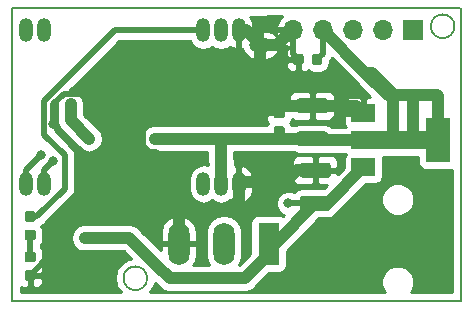
<source format=gbr>
G04 #@! TF.GenerationSoftware,KiCad,Pcbnew,(5.0.0)*
G04 #@! TF.CreationDate,2019-01-26T11:16:20+03:00*
G04 #@! TF.ProjectId,stm32mc,73746D33326D632E6B696361645F7063,rev?*
G04 #@! TF.SameCoordinates,Original*
G04 #@! TF.FileFunction,Copper,L1,Top,Signal*
G04 #@! TF.FilePolarity,Positive*
%FSLAX46Y46*%
G04 Gerber Fmt 4.6, Leading zero omitted, Abs format (unit mm)*
G04 Created by KiCad (PCBNEW (5.0.0)) date 01/26/19 11:16:20*
%MOMM*%
%LPD*%
G01*
G04 APERTURE LIST*
G04 #@! TA.AperFunction,NonConductor*
%ADD10C,0.150000*%
G04 #@! TD*
G04 #@! TA.AperFunction,SMDPad,CuDef*
%ADD11O,1.200000X2.000000*%
G04 #@! TD*
G04 #@! TA.AperFunction,SMDPad,CuDef*
%ADD12O,2.000000X1.200000*%
G04 #@! TD*
G04 #@! TA.AperFunction,Conductor*
%ADD13C,0.100000*%
G04 #@! TD*
G04 #@! TA.AperFunction,SMDPad,CuDef*
%ADD14C,1.250000*%
G04 #@! TD*
G04 #@! TA.AperFunction,SMDPad,CuDef*
%ADD15C,0.875000*%
G04 #@! TD*
G04 #@! TA.AperFunction,SMDPad,CuDef*
%ADD16R,2.000000X3.800000*%
G04 #@! TD*
G04 #@! TA.AperFunction,SMDPad,CuDef*
%ADD17R,2.000000X1.500000*%
G04 #@! TD*
G04 #@! TA.AperFunction,ComponentPad*
%ADD18R,1.800000X3.600000*%
G04 #@! TD*
G04 #@! TA.AperFunction,ComponentPad*
%ADD19O,1.800000X3.600000*%
G04 #@! TD*
G04 #@! TA.AperFunction,ComponentPad*
%ADD20R,1.700000X1.700000*%
G04 #@! TD*
G04 #@! TA.AperFunction,ComponentPad*
%ADD21O,1.700000X1.700000*%
G04 #@! TD*
G04 #@! TA.AperFunction,ViaPad*
%ADD22C,0.812800*%
G04 #@! TD*
G04 #@! TA.AperFunction,Conductor*
%ADD23C,1.016000*%
G04 #@! TD*
G04 #@! TA.AperFunction,Conductor*
%ADD24C,0.508000*%
G04 #@! TD*
G04 #@! TA.AperFunction,Conductor*
%ADD25C,1.524000*%
G04 #@! TD*
G04 #@! TA.AperFunction,Conductor*
%ADD26C,0.254000*%
G04 #@! TD*
G04 APERTURE END LIST*
D10*
X58531000Y-19050000D02*
G75*
G03X58531000Y-19050000I-1000000J0D01*
G01*
X32512000Y-40386000D02*
G75*
G03X32512000Y-40386000I-1000000J0D01*
G01*
X59055000Y-42291000D02*
X59055000Y-17526000D01*
X59024000Y-17507000D02*
X21082000Y-17526000D01*
X21082000Y-42291000D02*
X59055000Y-42291000D01*
X21082000Y-17526000D02*
X21082000Y-42291000D01*
D11*
G04 #@! TO.P,D1,1*
G04 #@! TO.N,Net-(D1-Pad1)*
X22278000Y-32408000D03*
G04 #@! TO.P,D1,2*
G04 #@! TO.N,Net-(D1-Pad2)*
X23778000Y-32408000D03*
G04 #@! TO.P,D1,11*
G04 #@! TO.N,Net-(D1-Pad11)*
X37278000Y-32408000D03*
G04 #@! TO.P,D1,12*
G04 #@! TO.N,+3V3*
X38778000Y-32408000D03*
G04 #@! TO.P,D1,13*
G04 #@! TO.N,GNDD*
X40278000Y-32408000D03*
D12*
G04 #@! TO.P,D1,21*
X42128000Y-20658000D03*
D11*
G04 #@! TO.P,D1,22*
X40278000Y-19408000D03*
G04 #@! TO.P,D1,23*
G04 #@! TO.N,Net-(D1-Pad23)*
X38778000Y-19408000D03*
G04 #@! TO.P,D1,24*
G04 #@! TO.N,Net-(D1-Pad24)*
X37278000Y-19408000D03*
G04 #@! TO.P,D1,33*
G04 #@! TO.N,Net-(D1-Pad33)*
X23778000Y-19408000D03*
G04 #@! TO.P,D1,34*
G04 #@! TO.N,Net-(D1-Pad34)*
X22278000Y-19408000D03*
G04 #@! TD*
D13*
G04 #@! TO.N,GNDD*
G04 #@! TO.C,C1*
G36*
X47835504Y-30615204D02*
X47859773Y-30618804D01*
X47883571Y-30624765D01*
X47906671Y-30633030D01*
X47928849Y-30643520D01*
X47949893Y-30656133D01*
X47969598Y-30670747D01*
X47987777Y-30687223D01*
X48004253Y-30705402D01*
X48018867Y-30725107D01*
X48031480Y-30746151D01*
X48041970Y-30768329D01*
X48050235Y-30791429D01*
X48056196Y-30815227D01*
X48059796Y-30839496D01*
X48061000Y-30864000D01*
X48061000Y-31614000D01*
X48059796Y-31638504D01*
X48056196Y-31662773D01*
X48050235Y-31686571D01*
X48041970Y-31709671D01*
X48031480Y-31731849D01*
X48018867Y-31752893D01*
X48004253Y-31772598D01*
X47987777Y-31790777D01*
X47969598Y-31807253D01*
X47949893Y-31821867D01*
X47928849Y-31834480D01*
X47906671Y-31844970D01*
X47883571Y-31853235D01*
X47859773Y-31859196D01*
X47835504Y-31862796D01*
X47811000Y-31864000D01*
X45661000Y-31864000D01*
X45636496Y-31862796D01*
X45612227Y-31859196D01*
X45588429Y-31853235D01*
X45565329Y-31844970D01*
X45543151Y-31834480D01*
X45522107Y-31821867D01*
X45502402Y-31807253D01*
X45484223Y-31790777D01*
X45467747Y-31772598D01*
X45453133Y-31752893D01*
X45440520Y-31731849D01*
X45430030Y-31709671D01*
X45421765Y-31686571D01*
X45415804Y-31662773D01*
X45412204Y-31638504D01*
X45411000Y-31614000D01*
X45411000Y-30864000D01*
X45412204Y-30839496D01*
X45415804Y-30815227D01*
X45421765Y-30791429D01*
X45430030Y-30768329D01*
X45440520Y-30746151D01*
X45453133Y-30725107D01*
X45467747Y-30705402D01*
X45484223Y-30687223D01*
X45502402Y-30670747D01*
X45522107Y-30656133D01*
X45543151Y-30643520D01*
X45565329Y-30633030D01*
X45588429Y-30624765D01*
X45612227Y-30618804D01*
X45636496Y-30615204D01*
X45661000Y-30614000D01*
X47811000Y-30614000D01*
X47835504Y-30615204D01*
X47835504Y-30615204D01*
G37*
D14*
G04 #@! TD*
G04 #@! TO.P,C1,2*
G04 #@! TO.N,GNDD*
X46736000Y-31239000D03*
D13*
G04 #@! TO.N,+5V*
G04 #@! TO.C,C1*
G36*
X47835504Y-33415204D02*
X47859773Y-33418804D01*
X47883571Y-33424765D01*
X47906671Y-33433030D01*
X47928849Y-33443520D01*
X47949893Y-33456133D01*
X47969598Y-33470747D01*
X47987777Y-33487223D01*
X48004253Y-33505402D01*
X48018867Y-33525107D01*
X48031480Y-33546151D01*
X48041970Y-33568329D01*
X48050235Y-33591429D01*
X48056196Y-33615227D01*
X48059796Y-33639496D01*
X48061000Y-33664000D01*
X48061000Y-34414000D01*
X48059796Y-34438504D01*
X48056196Y-34462773D01*
X48050235Y-34486571D01*
X48041970Y-34509671D01*
X48031480Y-34531849D01*
X48018867Y-34552893D01*
X48004253Y-34572598D01*
X47987777Y-34590777D01*
X47969598Y-34607253D01*
X47949893Y-34621867D01*
X47928849Y-34634480D01*
X47906671Y-34644970D01*
X47883571Y-34653235D01*
X47859773Y-34659196D01*
X47835504Y-34662796D01*
X47811000Y-34664000D01*
X45661000Y-34664000D01*
X45636496Y-34662796D01*
X45612227Y-34659196D01*
X45588429Y-34653235D01*
X45565329Y-34644970D01*
X45543151Y-34634480D01*
X45522107Y-34621867D01*
X45502402Y-34607253D01*
X45484223Y-34590777D01*
X45467747Y-34572598D01*
X45453133Y-34552893D01*
X45440520Y-34531849D01*
X45430030Y-34509671D01*
X45421765Y-34486571D01*
X45415804Y-34462773D01*
X45412204Y-34438504D01*
X45411000Y-34414000D01*
X45411000Y-33664000D01*
X45412204Y-33639496D01*
X45415804Y-33615227D01*
X45421765Y-33591429D01*
X45430030Y-33568329D01*
X45440520Y-33546151D01*
X45453133Y-33525107D01*
X45467747Y-33505402D01*
X45484223Y-33487223D01*
X45502402Y-33470747D01*
X45522107Y-33456133D01*
X45543151Y-33443520D01*
X45565329Y-33433030D01*
X45588429Y-33424765D01*
X45612227Y-33418804D01*
X45636496Y-33415204D01*
X45661000Y-33414000D01*
X47811000Y-33414000D01*
X47835504Y-33415204D01*
X47835504Y-33415204D01*
G37*
D14*
G04 #@! TD*
G04 #@! TO.P,C1,1*
G04 #@! TO.N,+5V*
X46736000Y-34039000D03*
D13*
G04 #@! TO.N,+3V3*
G04 #@! TO.C,C5*
G36*
X43965691Y-27529053D02*
X43986926Y-27532203D01*
X44007750Y-27537419D01*
X44027962Y-27544651D01*
X44047368Y-27553830D01*
X44065781Y-27564866D01*
X44083024Y-27577654D01*
X44098930Y-27592070D01*
X44113346Y-27607976D01*
X44126134Y-27625219D01*
X44137170Y-27643632D01*
X44146349Y-27663038D01*
X44153581Y-27683250D01*
X44158797Y-27704074D01*
X44161947Y-27725309D01*
X44163000Y-27746750D01*
X44163000Y-28184250D01*
X44161947Y-28205691D01*
X44158797Y-28226926D01*
X44153581Y-28247750D01*
X44146349Y-28267962D01*
X44137170Y-28287368D01*
X44126134Y-28305781D01*
X44113346Y-28323024D01*
X44098930Y-28338930D01*
X44083024Y-28353346D01*
X44065781Y-28366134D01*
X44047368Y-28377170D01*
X44027962Y-28386349D01*
X44007750Y-28393581D01*
X43986926Y-28398797D01*
X43965691Y-28401947D01*
X43944250Y-28403000D01*
X43431750Y-28403000D01*
X43410309Y-28401947D01*
X43389074Y-28398797D01*
X43368250Y-28393581D01*
X43348038Y-28386349D01*
X43328632Y-28377170D01*
X43310219Y-28366134D01*
X43292976Y-28353346D01*
X43277070Y-28338930D01*
X43262654Y-28323024D01*
X43249866Y-28305781D01*
X43238830Y-28287368D01*
X43229651Y-28267962D01*
X43222419Y-28247750D01*
X43217203Y-28226926D01*
X43214053Y-28205691D01*
X43213000Y-28184250D01*
X43213000Y-27746750D01*
X43214053Y-27725309D01*
X43217203Y-27704074D01*
X43222419Y-27683250D01*
X43229651Y-27663038D01*
X43238830Y-27643632D01*
X43249866Y-27625219D01*
X43262654Y-27607976D01*
X43277070Y-27592070D01*
X43292976Y-27577654D01*
X43310219Y-27564866D01*
X43328632Y-27553830D01*
X43348038Y-27544651D01*
X43368250Y-27537419D01*
X43389074Y-27532203D01*
X43410309Y-27529053D01*
X43431750Y-27528000D01*
X43944250Y-27528000D01*
X43965691Y-27529053D01*
X43965691Y-27529053D01*
G37*
D15*
G04 #@! TD*
G04 #@! TO.P,C5,1*
G04 #@! TO.N,+3V3*
X43688000Y-27965500D03*
D13*
G04 #@! TO.N,GNDD*
G04 #@! TO.C,C5*
G36*
X43965691Y-25954053D02*
X43986926Y-25957203D01*
X44007750Y-25962419D01*
X44027962Y-25969651D01*
X44047368Y-25978830D01*
X44065781Y-25989866D01*
X44083024Y-26002654D01*
X44098930Y-26017070D01*
X44113346Y-26032976D01*
X44126134Y-26050219D01*
X44137170Y-26068632D01*
X44146349Y-26088038D01*
X44153581Y-26108250D01*
X44158797Y-26129074D01*
X44161947Y-26150309D01*
X44163000Y-26171750D01*
X44163000Y-26609250D01*
X44161947Y-26630691D01*
X44158797Y-26651926D01*
X44153581Y-26672750D01*
X44146349Y-26692962D01*
X44137170Y-26712368D01*
X44126134Y-26730781D01*
X44113346Y-26748024D01*
X44098930Y-26763930D01*
X44083024Y-26778346D01*
X44065781Y-26791134D01*
X44047368Y-26802170D01*
X44027962Y-26811349D01*
X44007750Y-26818581D01*
X43986926Y-26823797D01*
X43965691Y-26826947D01*
X43944250Y-26828000D01*
X43431750Y-26828000D01*
X43410309Y-26826947D01*
X43389074Y-26823797D01*
X43368250Y-26818581D01*
X43348038Y-26811349D01*
X43328632Y-26802170D01*
X43310219Y-26791134D01*
X43292976Y-26778346D01*
X43277070Y-26763930D01*
X43262654Y-26748024D01*
X43249866Y-26730781D01*
X43238830Y-26712368D01*
X43229651Y-26692962D01*
X43222419Y-26672750D01*
X43217203Y-26651926D01*
X43214053Y-26630691D01*
X43213000Y-26609250D01*
X43213000Y-26171750D01*
X43214053Y-26150309D01*
X43217203Y-26129074D01*
X43222419Y-26108250D01*
X43229651Y-26088038D01*
X43238830Y-26068632D01*
X43249866Y-26050219D01*
X43262654Y-26032976D01*
X43277070Y-26017070D01*
X43292976Y-26002654D01*
X43310219Y-25989866D01*
X43328632Y-25978830D01*
X43348038Y-25969651D01*
X43368250Y-25962419D01*
X43389074Y-25957203D01*
X43410309Y-25954053D01*
X43431750Y-25953000D01*
X43944250Y-25953000D01*
X43965691Y-25954053D01*
X43965691Y-25954053D01*
G37*
D15*
G04 #@! TD*
G04 #@! TO.P,C5,2*
G04 #@! TO.N,GNDD*
X43688000Y-26390500D03*
D13*
G04 #@! TO.N,+3V3*
G04 #@! TO.C,C6*
G36*
X47581504Y-27954204D02*
X47605773Y-27957804D01*
X47629571Y-27963765D01*
X47652671Y-27972030D01*
X47674849Y-27982520D01*
X47695893Y-27995133D01*
X47715598Y-28009747D01*
X47733777Y-28026223D01*
X47750253Y-28044402D01*
X47764867Y-28064107D01*
X47777480Y-28085151D01*
X47787970Y-28107329D01*
X47796235Y-28130429D01*
X47802196Y-28154227D01*
X47805796Y-28178496D01*
X47807000Y-28203000D01*
X47807000Y-28953000D01*
X47805796Y-28977504D01*
X47802196Y-29001773D01*
X47796235Y-29025571D01*
X47787970Y-29048671D01*
X47777480Y-29070849D01*
X47764867Y-29091893D01*
X47750253Y-29111598D01*
X47733777Y-29129777D01*
X47715598Y-29146253D01*
X47695893Y-29160867D01*
X47674849Y-29173480D01*
X47652671Y-29183970D01*
X47629571Y-29192235D01*
X47605773Y-29198196D01*
X47581504Y-29201796D01*
X47557000Y-29203000D01*
X45407000Y-29203000D01*
X45382496Y-29201796D01*
X45358227Y-29198196D01*
X45334429Y-29192235D01*
X45311329Y-29183970D01*
X45289151Y-29173480D01*
X45268107Y-29160867D01*
X45248402Y-29146253D01*
X45230223Y-29129777D01*
X45213747Y-29111598D01*
X45199133Y-29091893D01*
X45186520Y-29070849D01*
X45176030Y-29048671D01*
X45167765Y-29025571D01*
X45161804Y-29001773D01*
X45158204Y-28977504D01*
X45157000Y-28953000D01*
X45157000Y-28203000D01*
X45158204Y-28178496D01*
X45161804Y-28154227D01*
X45167765Y-28130429D01*
X45176030Y-28107329D01*
X45186520Y-28085151D01*
X45199133Y-28064107D01*
X45213747Y-28044402D01*
X45230223Y-28026223D01*
X45248402Y-28009747D01*
X45268107Y-27995133D01*
X45289151Y-27982520D01*
X45311329Y-27972030D01*
X45334429Y-27963765D01*
X45358227Y-27957804D01*
X45382496Y-27954204D01*
X45407000Y-27953000D01*
X47557000Y-27953000D01*
X47581504Y-27954204D01*
X47581504Y-27954204D01*
G37*
D14*
G04 #@! TD*
G04 #@! TO.P,C6,1*
G04 #@! TO.N,+3V3*
X46482000Y-28578000D03*
D13*
G04 #@! TO.N,GNDD*
G04 #@! TO.C,C6*
G36*
X47581504Y-25154204D02*
X47605773Y-25157804D01*
X47629571Y-25163765D01*
X47652671Y-25172030D01*
X47674849Y-25182520D01*
X47695893Y-25195133D01*
X47715598Y-25209747D01*
X47733777Y-25226223D01*
X47750253Y-25244402D01*
X47764867Y-25264107D01*
X47777480Y-25285151D01*
X47787970Y-25307329D01*
X47796235Y-25330429D01*
X47802196Y-25354227D01*
X47805796Y-25378496D01*
X47807000Y-25403000D01*
X47807000Y-26153000D01*
X47805796Y-26177504D01*
X47802196Y-26201773D01*
X47796235Y-26225571D01*
X47787970Y-26248671D01*
X47777480Y-26270849D01*
X47764867Y-26291893D01*
X47750253Y-26311598D01*
X47733777Y-26329777D01*
X47715598Y-26346253D01*
X47695893Y-26360867D01*
X47674849Y-26373480D01*
X47652671Y-26383970D01*
X47629571Y-26392235D01*
X47605773Y-26398196D01*
X47581504Y-26401796D01*
X47557000Y-26403000D01*
X45407000Y-26403000D01*
X45382496Y-26401796D01*
X45358227Y-26398196D01*
X45334429Y-26392235D01*
X45311329Y-26383970D01*
X45289151Y-26373480D01*
X45268107Y-26360867D01*
X45248402Y-26346253D01*
X45230223Y-26329777D01*
X45213747Y-26311598D01*
X45199133Y-26291893D01*
X45186520Y-26270849D01*
X45176030Y-26248671D01*
X45167765Y-26225571D01*
X45161804Y-26201773D01*
X45158204Y-26177504D01*
X45157000Y-26153000D01*
X45157000Y-25403000D01*
X45158204Y-25378496D01*
X45161804Y-25354227D01*
X45167765Y-25330429D01*
X45176030Y-25307329D01*
X45186520Y-25285151D01*
X45199133Y-25264107D01*
X45213747Y-25244402D01*
X45230223Y-25226223D01*
X45248402Y-25209747D01*
X45268107Y-25195133D01*
X45289151Y-25182520D01*
X45311329Y-25172030D01*
X45334429Y-25163765D01*
X45358227Y-25157804D01*
X45382496Y-25154204D01*
X45407000Y-25153000D01*
X47557000Y-25153000D01*
X47581504Y-25154204D01*
X47581504Y-25154204D01*
G37*
D14*
G04 #@! TD*
G04 #@! TO.P,C6,2*
G04 #@! TO.N,GNDD*
X46482000Y-25778000D03*
D16*
G04 #@! TO.P,U1,2*
G04 #@! TO.N,+3V3*
X57125000Y-28702000D03*
D17*
X50825000Y-28702000D03*
G04 #@! TO.P,U1,3*
G04 #@! TO.N,+5V*
X50825000Y-31002000D03*
G04 #@! TO.P,U1,1*
G04 #@! TO.N,GNDD*
X50825000Y-26402000D03*
G04 #@! TD*
D18*
G04 #@! TO.P,J4,1*
G04 #@! TO.N,+5V*
X42799000Y-37465000D03*
D19*
G04 #@! TO.P,J4,2*
G04 #@! TO.N,Net-(J4-Pad2)*
X38989000Y-37465000D03*
G04 #@! TO.P,J4,3*
G04 #@! TO.N,GNDD*
X35179000Y-37465000D03*
G04 #@! TD*
D13*
G04 #@! TO.N,Net-(D1-Pad24)*
G04 #@! TO.C,R16*
G36*
X22883691Y-34717053D02*
X22904926Y-34720203D01*
X22925750Y-34725419D01*
X22945962Y-34732651D01*
X22965368Y-34741830D01*
X22983781Y-34752866D01*
X23001024Y-34765654D01*
X23016930Y-34780070D01*
X23031346Y-34795976D01*
X23044134Y-34813219D01*
X23055170Y-34831632D01*
X23064349Y-34851038D01*
X23071581Y-34871250D01*
X23076797Y-34892074D01*
X23079947Y-34913309D01*
X23081000Y-34934750D01*
X23081000Y-35372250D01*
X23079947Y-35393691D01*
X23076797Y-35414926D01*
X23071581Y-35435750D01*
X23064349Y-35455962D01*
X23055170Y-35475368D01*
X23044134Y-35493781D01*
X23031346Y-35511024D01*
X23016930Y-35526930D01*
X23001024Y-35541346D01*
X22983781Y-35554134D01*
X22965368Y-35565170D01*
X22945962Y-35574349D01*
X22925750Y-35581581D01*
X22904926Y-35586797D01*
X22883691Y-35589947D01*
X22862250Y-35591000D01*
X22349750Y-35591000D01*
X22328309Y-35589947D01*
X22307074Y-35586797D01*
X22286250Y-35581581D01*
X22266038Y-35574349D01*
X22246632Y-35565170D01*
X22228219Y-35554134D01*
X22210976Y-35541346D01*
X22195070Y-35526930D01*
X22180654Y-35511024D01*
X22167866Y-35493781D01*
X22156830Y-35475368D01*
X22147651Y-35455962D01*
X22140419Y-35435750D01*
X22135203Y-35414926D01*
X22132053Y-35393691D01*
X22131000Y-35372250D01*
X22131000Y-34934750D01*
X22132053Y-34913309D01*
X22135203Y-34892074D01*
X22140419Y-34871250D01*
X22147651Y-34851038D01*
X22156830Y-34831632D01*
X22167866Y-34813219D01*
X22180654Y-34795976D01*
X22195070Y-34780070D01*
X22210976Y-34765654D01*
X22228219Y-34752866D01*
X22246632Y-34741830D01*
X22266038Y-34732651D01*
X22286250Y-34725419D01*
X22307074Y-34720203D01*
X22328309Y-34717053D01*
X22349750Y-34716000D01*
X22862250Y-34716000D01*
X22883691Y-34717053D01*
X22883691Y-34717053D01*
G37*
D15*
G04 #@! TD*
G04 #@! TO.P,R16,1*
G04 #@! TO.N,Net-(D1-Pad24)*
X22606000Y-35153500D03*
D13*
G04 #@! TO.N,Net-(R16-Pad2)*
G04 #@! TO.C,R16*
G36*
X22883691Y-36292053D02*
X22904926Y-36295203D01*
X22925750Y-36300419D01*
X22945962Y-36307651D01*
X22965368Y-36316830D01*
X22983781Y-36327866D01*
X23001024Y-36340654D01*
X23016930Y-36355070D01*
X23031346Y-36370976D01*
X23044134Y-36388219D01*
X23055170Y-36406632D01*
X23064349Y-36426038D01*
X23071581Y-36446250D01*
X23076797Y-36467074D01*
X23079947Y-36488309D01*
X23081000Y-36509750D01*
X23081000Y-36947250D01*
X23079947Y-36968691D01*
X23076797Y-36989926D01*
X23071581Y-37010750D01*
X23064349Y-37030962D01*
X23055170Y-37050368D01*
X23044134Y-37068781D01*
X23031346Y-37086024D01*
X23016930Y-37101930D01*
X23001024Y-37116346D01*
X22983781Y-37129134D01*
X22965368Y-37140170D01*
X22945962Y-37149349D01*
X22925750Y-37156581D01*
X22904926Y-37161797D01*
X22883691Y-37164947D01*
X22862250Y-37166000D01*
X22349750Y-37166000D01*
X22328309Y-37164947D01*
X22307074Y-37161797D01*
X22286250Y-37156581D01*
X22266038Y-37149349D01*
X22246632Y-37140170D01*
X22228219Y-37129134D01*
X22210976Y-37116346D01*
X22195070Y-37101930D01*
X22180654Y-37086024D01*
X22167866Y-37068781D01*
X22156830Y-37050368D01*
X22147651Y-37030962D01*
X22140419Y-37010750D01*
X22135203Y-36989926D01*
X22132053Y-36968691D01*
X22131000Y-36947250D01*
X22131000Y-36509750D01*
X22132053Y-36488309D01*
X22135203Y-36467074D01*
X22140419Y-36446250D01*
X22147651Y-36426038D01*
X22156830Y-36406632D01*
X22167866Y-36388219D01*
X22180654Y-36370976D01*
X22195070Y-36355070D01*
X22210976Y-36340654D01*
X22228219Y-36327866D01*
X22246632Y-36316830D01*
X22266038Y-36307651D01*
X22286250Y-36300419D01*
X22307074Y-36295203D01*
X22328309Y-36292053D01*
X22349750Y-36291000D01*
X22862250Y-36291000D01*
X22883691Y-36292053D01*
X22883691Y-36292053D01*
G37*
D15*
G04 #@! TD*
G04 #@! TO.P,R16,2*
G04 #@! TO.N,Net-(R16-Pad2)*
X22606000Y-36728500D03*
D13*
G04 #@! TO.N,GNDD*
G04 #@! TO.C,VD1*
G36*
X22883691Y-39721053D02*
X22904926Y-39724203D01*
X22925750Y-39729419D01*
X22945962Y-39736651D01*
X22965368Y-39745830D01*
X22983781Y-39756866D01*
X23001024Y-39769654D01*
X23016930Y-39784070D01*
X23031346Y-39799976D01*
X23044134Y-39817219D01*
X23055170Y-39835632D01*
X23064349Y-39855038D01*
X23071581Y-39875250D01*
X23076797Y-39896074D01*
X23079947Y-39917309D01*
X23081000Y-39938750D01*
X23081000Y-40376250D01*
X23079947Y-40397691D01*
X23076797Y-40418926D01*
X23071581Y-40439750D01*
X23064349Y-40459962D01*
X23055170Y-40479368D01*
X23044134Y-40497781D01*
X23031346Y-40515024D01*
X23016930Y-40530930D01*
X23001024Y-40545346D01*
X22983781Y-40558134D01*
X22965368Y-40569170D01*
X22945962Y-40578349D01*
X22925750Y-40585581D01*
X22904926Y-40590797D01*
X22883691Y-40593947D01*
X22862250Y-40595000D01*
X22349750Y-40595000D01*
X22328309Y-40593947D01*
X22307074Y-40590797D01*
X22286250Y-40585581D01*
X22266038Y-40578349D01*
X22246632Y-40569170D01*
X22228219Y-40558134D01*
X22210976Y-40545346D01*
X22195070Y-40530930D01*
X22180654Y-40515024D01*
X22167866Y-40497781D01*
X22156830Y-40479368D01*
X22147651Y-40459962D01*
X22140419Y-40439750D01*
X22135203Y-40418926D01*
X22132053Y-40397691D01*
X22131000Y-40376250D01*
X22131000Y-39938750D01*
X22132053Y-39917309D01*
X22135203Y-39896074D01*
X22140419Y-39875250D01*
X22147651Y-39855038D01*
X22156830Y-39835632D01*
X22167866Y-39817219D01*
X22180654Y-39799976D01*
X22195070Y-39784070D01*
X22210976Y-39769654D01*
X22228219Y-39756866D01*
X22246632Y-39745830D01*
X22266038Y-39736651D01*
X22286250Y-39729419D01*
X22307074Y-39724203D01*
X22328309Y-39721053D01*
X22349750Y-39720000D01*
X22862250Y-39720000D01*
X22883691Y-39721053D01*
X22883691Y-39721053D01*
G37*
D15*
G04 #@! TD*
G04 #@! TO.P,VD1,1*
G04 #@! TO.N,GNDD*
X22606000Y-40157500D03*
D13*
G04 #@! TO.N,Net-(R16-Pad2)*
G04 #@! TO.C,VD1*
G36*
X22883691Y-38146053D02*
X22904926Y-38149203D01*
X22925750Y-38154419D01*
X22945962Y-38161651D01*
X22965368Y-38170830D01*
X22983781Y-38181866D01*
X23001024Y-38194654D01*
X23016930Y-38209070D01*
X23031346Y-38224976D01*
X23044134Y-38242219D01*
X23055170Y-38260632D01*
X23064349Y-38280038D01*
X23071581Y-38300250D01*
X23076797Y-38321074D01*
X23079947Y-38342309D01*
X23081000Y-38363750D01*
X23081000Y-38801250D01*
X23079947Y-38822691D01*
X23076797Y-38843926D01*
X23071581Y-38864750D01*
X23064349Y-38884962D01*
X23055170Y-38904368D01*
X23044134Y-38922781D01*
X23031346Y-38940024D01*
X23016930Y-38955930D01*
X23001024Y-38970346D01*
X22983781Y-38983134D01*
X22965368Y-38994170D01*
X22945962Y-39003349D01*
X22925750Y-39010581D01*
X22904926Y-39015797D01*
X22883691Y-39018947D01*
X22862250Y-39020000D01*
X22349750Y-39020000D01*
X22328309Y-39018947D01*
X22307074Y-39015797D01*
X22286250Y-39010581D01*
X22266038Y-39003349D01*
X22246632Y-38994170D01*
X22228219Y-38983134D01*
X22210976Y-38970346D01*
X22195070Y-38955930D01*
X22180654Y-38940024D01*
X22167866Y-38922781D01*
X22156830Y-38904368D01*
X22147651Y-38884962D01*
X22140419Y-38864750D01*
X22135203Y-38843926D01*
X22132053Y-38822691D01*
X22131000Y-38801250D01*
X22131000Y-38363750D01*
X22132053Y-38342309D01*
X22135203Y-38321074D01*
X22140419Y-38300250D01*
X22147651Y-38280038D01*
X22156830Y-38260632D01*
X22167866Y-38242219D01*
X22180654Y-38224976D01*
X22195070Y-38209070D01*
X22210976Y-38194654D01*
X22228219Y-38181866D01*
X22246632Y-38170830D01*
X22266038Y-38161651D01*
X22286250Y-38154419D01*
X22307074Y-38149203D01*
X22328309Y-38146053D01*
X22349750Y-38145000D01*
X22862250Y-38145000D01*
X22883691Y-38146053D01*
X22883691Y-38146053D01*
G37*
D15*
G04 #@! TD*
G04 #@! TO.P,VD1,2*
G04 #@! TO.N,Net-(R16-Pad2)*
X22606000Y-38582500D03*
D13*
G04 #@! TO.N,+3V3*
G04 #@! TO.C,C11*
G36*
X47128691Y-21370053D02*
X47149926Y-21373203D01*
X47170750Y-21378419D01*
X47190962Y-21385651D01*
X47210368Y-21394830D01*
X47228781Y-21405866D01*
X47246024Y-21418654D01*
X47261930Y-21433070D01*
X47276346Y-21448976D01*
X47289134Y-21466219D01*
X47300170Y-21484632D01*
X47309349Y-21504038D01*
X47316581Y-21524250D01*
X47321797Y-21545074D01*
X47324947Y-21566309D01*
X47326000Y-21587750D01*
X47326000Y-22100250D01*
X47324947Y-22121691D01*
X47321797Y-22142926D01*
X47316581Y-22163750D01*
X47309349Y-22183962D01*
X47300170Y-22203368D01*
X47289134Y-22221781D01*
X47276346Y-22239024D01*
X47261930Y-22254930D01*
X47246024Y-22269346D01*
X47228781Y-22282134D01*
X47210368Y-22293170D01*
X47190962Y-22302349D01*
X47170750Y-22309581D01*
X47149926Y-22314797D01*
X47128691Y-22317947D01*
X47107250Y-22319000D01*
X46669750Y-22319000D01*
X46648309Y-22317947D01*
X46627074Y-22314797D01*
X46606250Y-22309581D01*
X46586038Y-22302349D01*
X46566632Y-22293170D01*
X46548219Y-22282134D01*
X46530976Y-22269346D01*
X46515070Y-22254930D01*
X46500654Y-22239024D01*
X46487866Y-22221781D01*
X46476830Y-22203368D01*
X46467651Y-22183962D01*
X46460419Y-22163750D01*
X46455203Y-22142926D01*
X46452053Y-22121691D01*
X46451000Y-22100250D01*
X46451000Y-21587750D01*
X46452053Y-21566309D01*
X46455203Y-21545074D01*
X46460419Y-21524250D01*
X46467651Y-21504038D01*
X46476830Y-21484632D01*
X46487866Y-21466219D01*
X46500654Y-21448976D01*
X46515070Y-21433070D01*
X46530976Y-21418654D01*
X46548219Y-21405866D01*
X46566632Y-21394830D01*
X46586038Y-21385651D01*
X46606250Y-21378419D01*
X46627074Y-21373203D01*
X46648309Y-21370053D01*
X46669750Y-21369000D01*
X47107250Y-21369000D01*
X47128691Y-21370053D01*
X47128691Y-21370053D01*
G37*
D15*
G04 #@! TD*
G04 #@! TO.P,C11,1*
G04 #@! TO.N,+3V3*
X46888500Y-21844000D03*
D13*
G04 #@! TO.N,GNDD*
G04 #@! TO.C,C11*
G36*
X45553691Y-21370053D02*
X45574926Y-21373203D01*
X45595750Y-21378419D01*
X45615962Y-21385651D01*
X45635368Y-21394830D01*
X45653781Y-21405866D01*
X45671024Y-21418654D01*
X45686930Y-21433070D01*
X45701346Y-21448976D01*
X45714134Y-21466219D01*
X45725170Y-21484632D01*
X45734349Y-21504038D01*
X45741581Y-21524250D01*
X45746797Y-21545074D01*
X45749947Y-21566309D01*
X45751000Y-21587750D01*
X45751000Y-22100250D01*
X45749947Y-22121691D01*
X45746797Y-22142926D01*
X45741581Y-22163750D01*
X45734349Y-22183962D01*
X45725170Y-22203368D01*
X45714134Y-22221781D01*
X45701346Y-22239024D01*
X45686930Y-22254930D01*
X45671024Y-22269346D01*
X45653781Y-22282134D01*
X45635368Y-22293170D01*
X45615962Y-22302349D01*
X45595750Y-22309581D01*
X45574926Y-22314797D01*
X45553691Y-22317947D01*
X45532250Y-22319000D01*
X45094750Y-22319000D01*
X45073309Y-22317947D01*
X45052074Y-22314797D01*
X45031250Y-22309581D01*
X45011038Y-22302349D01*
X44991632Y-22293170D01*
X44973219Y-22282134D01*
X44955976Y-22269346D01*
X44940070Y-22254930D01*
X44925654Y-22239024D01*
X44912866Y-22221781D01*
X44901830Y-22203368D01*
X44892651Y-22183962D01*
X44885419Y-22163750D01*
X44880203Y-22142926D01*
X44877053Y-22121691D01*
X44876000Y-22100250D01*
X44876000Y-21587750D01*
X44877053Y-21566309D01*
X44880203Y-21545074D01*
X44885419Y-21524250D01*
X44892651Y-21504038D01*
X44901830Y-21484632D01*
X44912866Y-21466219D01*
X44925654Y-21448976D01*
X44940070Y-21433070D01*
X44955976Y-21418654D01*
X44973219Y-21405866D01*
X44991632Y-21394830D01*
X45011038Y-21385651D01*
X45031250Y-21378419D01*
X45052074Y-21373203D01*
X45073309Y-21370053D01*
X45094750Y-21369000D01*
X45532250Y-21369000D01*
X45553691Y-21370053D01*
X45553691Y-21370053D01*
G37*
D15*
G04 #@! TD*
G04 #@! TO.P,C11,2*
G04 #@! TO.N,GNDD*
X45313500Y-21844000D03*
D20*
G04 #@! TO.P,J6,1*
G04 #@! TO.N,Net-(J6-Pad1)*
X54991000Y-19367500D03*
D21*
G04 #@! TO.P,J6,2*
G04 #@! TO.N,Net-(J6-Pad2)*
X52451000Y-19367500D03*
G04 #@! TO.P,J6,3*
G04 #@! TO.N,Net-(J6-Pad3)*
X49911000Y-19367500D03*
G04 #@! TO.P,J6,4*
G04 #@! TO.N,+3V3*
X47371000Y-19367500D03*
G04 #@! TO.P,J6,5*
G04 #@! TO.N,GNDD*
X44831000Y-19367500D03*
G04 #@! TD*
D22*
G04 #@! TO.N,GNDD*
X42037000Y-25781000D03*
X44196000Y-32258000D03*
X24574500Y-27368500D03*
X30196000Y-21112000D03*
X31877000Y-27178000D03*
X44577000Y-25778000D03*
X33147000Y-29972000D03*
X39770000Y-34290000D03*
X54035000Y-36830000D03*
G04 #@! TO.N,+5V*
X27208000Y-36966000D03*
X44450000Y-34036000D03*
G04 #@! TO.N,+3V3*
X48895000Y-28702000D03*
X27603000Y-28575000D03*
X26035000Y-25654000D03*
X33147000Y-28575000D03*
X51562000Y-22987000D03*
G04 #@! TO.N,Net-(D1-Pad1)*
X23495000Y-29972000D03*
G04 #@! TO.N,Net-(D1-Pad2)*
X24511000Y-30480000D03*
G04 #@! TD*
D23*
G04 #@! TO.N,GNDD*
X40878000Y-19408000D02*
X42128000Y-20658000D01*
X40278000Y-19408000D02*
X40878000Y-19408000D01*
X50201000Y-25778000D02*
X50825000Y-26402000D01*
X46482000Y-25778000D02*
X50201000Y-25778000D01*
X44577000Y-25778000D02*
X46482000Y-25778000D01*
X39389000Y-34671000D02*
X39770000Y-34290000D01*
X35179000Y-34671000D02*
X39389000Y-34671000D01*
X40278000Y-33782000D02*
X40278000Y-32408000D01*
X35179000Y-37465000D02*
X35179000Y-36322000D01*
D24*
X25451000Y-24765000D02*
X30196000Y-24765000D01*
D23*
X30196000Y-21112000D02*
X30196000Y-24765000D01*
X39770000Y-34290000D02*
X40278000Y-33782000D01*
X40428000Y-32258000D02*
X40278000Y-32408000D01*
X44196000Y-32258000D02*
X40428000Y-32258000D01*
X45215000Y-31239000D02*
X44196000Y-32258000D01*
X46736000Y-31239000D02*
X45215000Y-31239000D01*
X31877000Y-27178000D02*
X31877000Y-25778000D01*
X31877000Y-27178000D02*
X31877000Y-29276736D01*
X32572264Y-29972000D02*
X31877000Y-29276736D01*
X33147000Y-29972000D02*
X32572264Y-29972000D01*
X31209000Y-25778000D02*
X30196000Y-24765000D01*
X31877000Y-25778000D02*
X31209000Y-25778000D01*
X33147000Y-29972000D02*
X33147000Y-32639000D01*
D24*
X43688000Y-26390500D02*
X43688000Y-25778000D01*
X40278000Y-19808000D02*
X40278000Y-19408000D01*
D23*
X35179000Y-37465000D02*
X35179000Y-34671000D01*
D24*
X23901500Y-38862000D02*
X22606000Y-40157500D01*
X23901500Y-37058500D02*
X23901500Y-38862000D01*
X25273000Y-35687000D02*
X23901500Y-37058500D01*
X31993000Y-35687000D02*
X25273000Y-35687000D01*
X33771000Y-37465000D02*
X31993000Y-35687000D01*
X35179000Y-37465000D02*
X33771000Y-37465000D01*
D23*
X33147000Y-32639000D02*
X35179000Y-34671000D01*
D24*
X24574500Y-25641500D02*
X25451000Y-24765000D01*
X24574500Y-27368500D02*
X24574500Y-25641500D01*
D23*
X43540500Y-20658000D02*
X44831000Y-19367500D01*
X42128000Y-20658000D02*
X43540500Y-20658000D01*
X43688000Y-25778000D02*
X44577000Y-25778000D01*
X43685000Y-25781000D02*
X42037000Y-25781000D01*
X43688000Y-25778000D02*
X43685000Y-25781000D01*
X31880000Y-25781000D02*
X31877000Y-25778000D01*
X42037000Y-25781000D02*
X31880000Y-25781000D01*
X42037000Y-20749000D02*
X42128000Y-20658000D01*
X42037000Y-25781000D02*
X42037000Y-20749000D01*
D24*
X44831000Y-21361500D02*
X45313500Y-21844000D01*
X44831000Y-19367500D02*
X44831000Y-21361500D01*
D23*
G04 #@! TO.N,+5V*
X42799000Y-38365000D02*
X42799000Y-37465000D01*
X40778000Y-40386000D02*
X42799000Y-38365000D01*
X43310000Y-37465000D02*
X46736000Y-34039000D01*
X42799000Y-37465000D02*
X43310000Y-37465000D01*
X47788000Y-34039000D02*
X50825000Y-31002000D01*
X46736000Y-34039000D02*
X47788000Y-34039000D01*
D24*
X44453000Y-34039000D02*
X44450000Y-34036000D01*
X46736000Y-34039000D02*
X44453000Y-34039000D01*
D23*
X33350729Y-39319729D02*
X34417000Y-40386000D01*
X34417000Y-40386000D02*
X40778000Y-40386000D01*
X33341729Y-39319729D02*
X30988000Y-36966000D01*
X33350729Y-39319729D02*
X33341729Y-39319729D01*
X27208000Y-36966000D02*
X30988000Y-36966000D01*
G04 #@! TO.N,+3V3*
X50825000Y-28702000D02*
X48895000Y-28702000D01*
D25*
X53340000Y-28702000D02*
X50825000Y-28702000D01*
D23*
X53340000Y-28702000D02*
X53340000Y-24892000D01*
X57125000Y-24994000D02*
X57125000Y-28702000D01*
X57023000Y-24892000D02*
X57125000Y-24994000D01*
X46606000Y-28702000D02*
X46482000Y-28578000D01*
X48895000Y-28702000D02*
X46606000Y-28702000D01*
X46479000Y-28575000D02*
X46482000Y-28578000D01*
X38778000Y-30392000D02*
X38735000Y-30349000D01*
X38735000Y-30349000D02*
X38735000Y-28575000D01*
X38778000Y-32408000D02*
X38778000Y-30392000D01*
X38735000Y-28575000D02*
X43688000Y-28575000D01*
X38735000Y-28575000D02*
X33147000Y-28575000D01*
X26035000Y-27007000D02*
X27603000Y-28575000D01*
X26035000Y-25654000D02*
X26035000Y-27007000D01*
X53340000Y-24892000D02*
X53040000Y-24892000D01*
X53340000Y-24765000D02*
X51562000Y-22987000D01*
X53340000Y-24892000D02*
X53340000Y-24765000D01*
D24*
X43688000Y-27965500D02*
X43688000Y-28575000D01*
D23*
X43688000Y-28575000D02*
X46479000Y-28575000D01*
D24*
X47371000Y-21361500D02*
X46888500Y-21844000D01*
X47371000Y-19367500D02*
X47371000Y-21361500D01*
D23*
X50990500Y-22987000D02*
X47371000Y-19367500D01*
X51562000Y-22987000D02*
X50990500Y-22987000D01*
X52895500Y-24892000D02*
X50990500Y-22987000D01*
X53340000Y-24892000D02*
X52895500Y-24892000D01*
X55054500Y-24892000D02*
X55054500Y-28702000D01*
D25*
X55054500Y-28702000D02*
X53340000Y-28702000D01*
X57125000Y-28702000D02*
X55054500Y-28702000D01*
D23*
X55054500Y-24892000D02*
X57023000Y-24892000D01*
X53340000Y-24892000D02*
X55054500Y-24892000D01*
D24*
G04 #@! TO.N,Net-(D1-Pad1)*
X22278000Y-31189000D02*
X23495000Y-29972000D01*
X22278000Y-32408000D02*
X22278000Y-31189000D01*
G04 #@! TO.N,Net-(D1-Pad2)*
X23778000Y-31213000D02*
X24511000Y-30480000D01*
X23778000Y-32408000D02*
X23778000Y-31213000D01*
G04 #@! TO.N,Net-(D1-Pad24)*
X30480000Y-19408000D02*
X37278000Y-19408000D01*
X29779099Y-19408000D02*
X30480000Y-19408000D01*
X22606000Y-35153500D02*
X23181000Y-35153500D01*
X25527000Y-32807500D02*
X25527000Y-29972000D01*
X23181000Y-35153500D02*
X25527000Y-32807500D01*
X25527000Y-29972000D02*
X23787099Y-28232099D01*
X23787099Y-28232099D02*
X23787099Y-25400000D01*
X23787099Y-25400000D02*
X29779099Y-19408000D01*
G04 #@! TO.N,Net-(R16-Pad2)*
X22606000Y-36728500D02*
X22606000Y-38582500D01*
G04 #@! TD*
D26*
G04 #@! TO.N,GNDD*
G36*
X55477560Y-30602000D02*
X55526843Y-30849765D01*
X55667191Y-31059809D01*
X55877235Y-31200157D01*
X56125000Y-31249440D01*
X58125000Y-31249440D01*
X58345000Y-31205680D01*
X58345000Y-41581000D01*
X54814687Y-41581000D01*
X54895147Y-41500540D01*
X55106000Y-40991494D01*
X55106000Y-40440506D01*
X54895147Y-39931460D01*
X54505540Y-39541853D01*
X53996494Y-39331000D01*
X53445506Y-39331000D01*
X52936460Y-39541853D01*
X52546853Y-39931460D01*
X52336000Y-40440506D01*
X52336000Y-40991494D01*
X52546853Y-41500540D01*
X52627313Y-41581000D01*
X32754201Y-41581000D01*
X33110312Y-41048042D01*
X33168760Y-40754205D01*
X33529174Y-41114620D01*
X33592943Y-41210057D01*
X33971024Y-41462682D01*
X34304428Y-41529000D01*
X34304429Y-41529000D01*
X34417000Y-41551392D01*
X34529571Y-41529000D01*
X40665429Y-41529000D01*
X40778000Y-41551392D01*
X40890571Y-41529000D01*
X40890572Y-41529000D01*
X41223976Y-41462682D01*
X41602057Y-41210057D01*
X41665827Y-41114618D01*
X42868006Y-39912440D01*
X43699000Y-39912440D01*
X43946765Y-39863157D01*
X44156809Y-39722809D01*
X44297157Y-39512765D01*
X44346440Y-39265000D01*
X44346440Y-38045005D01*
X47080006Y-35311440D01*
X47811000Y-35311440D01*
X48154435Y-35243126D01*
X48445586Y-35048586D01*
X48535269Y-34914365D01*
X48612057Y-34863057D01*
X48675827Y-34767618D01*
X50002939Y-33440506D01*
X52336000Y-33440506D01*
X52336000Y-33991494D01*
X52546853Y-34500540D01*
X52936460Y-34890147D01*
X53445506Y-35101000D01*
X53996494Y-35101000D01*
X54505540Y-34890147D01*
X54895147Y-34500540D01*
X55106000Y-33991494D01*
X55106000Y-33440506D01*
X54895147Y-32931460D01*
X54505540Y-32541853D01*
X53996494Y-32331000D01*
X53445506Y-32331000D01*
X52936460Y-32541853D01*
X52546853Y-32931460D01*
X52336000Y-33440506D01*
X50002939Y-33440506D01*
X51044006Y-32399440D01*
X51825000Y-32399440D01*
X52072765Y-32350157D01*
X52282809Y-32209809D01*
X52423157Y-31999765D01*
X52472440Y-31752000D01*
X52472440Y-30252000D01*
X52442007Y-30099000D01*
X55477560Y-30099000D01*
X55477560Y-30602000D01*
X55477560Y-30602000D01*
G37*
X55477560Y-30602000D02*
X55526843Y-30849765D01*
X55667191Y-31059809D01*
X55877235Y-31200157D01*
X56125000Y-31249440D01*
X58125000Y-31249440D01*
X58345000Y-31205680D01*
X58345000Y-41581000D01*
X54814687Y-41581000D01*
X54895147Y-41500540D01*
X55106000Y-40991494D01*
X55106000Y-40440506D01*
X54895147Y-39931460D01*
X54505540Y-39541853D01*
X53996494Y-39331000D01*
X53445506Y-39331000D01*
X52936460Y-39541853D01*
X52546853Y-39931460D01*
X52336000Y-40440506D01*
X52336000Y-40991494D01*
X52546853Y-41500540D01*
X52627313Y-41581000D01*
X32754201Y-41581000D01*
X33110312Y-41048042D01*
X33168760Y-40754205D01*
X33529174Y-41114620D01*
X33592943Y-41210057D01*
X33971024Y-41462682D01*
X34304428Y-41529000D01*
X34304429Y-41529000D01*
X34417000Y-41551392D01*
X34529571Y-41529000D01*
X40665429Y-41529000D01*
X40778000Y-41551392D01*
X40890571Y-41529000D01*
X40890572Y-41529000D01*
X41223976Y-41462682D01*
X41602057Y-41210057D01*
X41665827Y-41114618D01*
X42868006Y-39912440D01*
X43699000Y-39912440D01*
X43946765Y-39863157D01*
X44156809Y-39722809D01*
X44297157Y-39512765D01*
X44346440Y-39265000D01*
X44346440Y-38045005D01*
X47080006Y-35311440D01*
X47811000Y-35311440D01*
X48154435Y-35243126D01*
X48445586Y-35048586D01*
X48535269Y-34914365D01*
X48612057Y-34863057D01*
X48675827Y-34767618D01*
X50002939Y-33440506D01*
X52336000Y-33440506D01*
X52336000Y-33991494D01*
X52546853Y-34500540D01*
X52936460Y-34890147D01*
X53445506Y-35101000D01*
X53996494Y-35101000D01*
X54505540Y-34890147D01*
X54895147Y-34500540D01*
X55106000Y-33991494D01*
X55106000Y-33440506D01*
X54895147Y-32931460D01*
X54505540Y-32541853D01*
X53996494Y-32331000D01*
X53445506Y-32331000D01*
X52936460Y-32541853D01*
X52546853Y-32931460D01*
X52336000Y-33440506D01*
X50002939Y-33440506D01*
X51044006Y-32399440D01*
X51825000Y-32399440D01*
X52072765Y-32350157D01*
X52282809Y-32209809D01*
X52423157Y-31999765D01*
X52472440Y-31752000D01*
X52472440Y-30252000D01*
X52442007Y-30099000D01*
X55477560Y-30099000D01*
X55477560Y-30602000D01*
G36*
X43635817Y-18486142D02*
X43389514Y-19010608D01*
X43510181Y-19240500D01*
X44704000Y-19240500D01*
X44704000Y-19220500D01*
X44958000Y-19220500D01*
X44958000Y-19240500D01*
X44978000Y-19240500D01*
X44978000Y-19494500D01*
X44958000Y-19494500D01*
X44958000Y-19514500D01*
X44704000Y-19514500D01*
X44704000Y-19494500D01*
X43510181Y-19494500D01*
X43389514Y-19724392D01*
X43440263Y-19832455D01*
X43117947Y-19565610D01*
X42655000Y-19423000D01*
X42255000Y-19423000D01*
X42255000Y-20531000D01*
X43596731Y-20531000D01*
X43721462Y-20340391D01*
X43719934Y-20325517D01*
X44064076Y-20639145D01*
X44474110Y-20808976D01*
X44703998Y-20687656D01*
X44703998Y-20752927D01*
X44516302Y-20830673D01*
X44337673Y-21009301D01*
X44241000Y-21242690D01*
X44241000Y-21558250D01*
X44399750Y-21717000D01*
X45186500Y-21717000D01*
X45186500Y-21697000D01*
X45440500Y-21697000D01*
X45440500Y-21717000D01*
X45460500Y-21717000D01*
X45460500Y-21971000D01*
X45440500Y-21971000D01*
X45440500Y-22795250D01*
X45599250Y-22954000D01*
X45877309Y-22954000D01*
X46110698Y-22857327D01*
X46175969Y-22792057D01*
X46338273Y-22900505D01*
X46669750Y-22966440D01*
X47107250Y-22966440D01*
X47438727Y-22900505D01*
X47719739Y-22712739D01*
X47907505Y-22431727D01*
X47973440Y-22100250D01*
X47973440Y-22028153D01*
X48011933Y-22002433D01*
X48163160Y-21776105D01*
X50102675Y-23715620D01*
X50166443Y-23811057D01*
X50261882Y-23874827D01*
X51404054Y-25017000D01*
X51110750Y-25017000D01*
X50952000Y-25175750D01*
X50952000Y-26275000D01*
X50972000Y-26275000D01*
X50972000Y-26529000D01*
X50952000Y-26529000D01*
X50952000Y-26549000D01*
X50698000Y-26549000D01*
X50698000Y-26529000D01*
X49348750Y-26529000D01*
X49190000Y-26687750D01*
X49190000Y-27278310D01*
X49286673Y-27511699D01*
X49327927Y-27552953D01*
X49323887Y-27559000D01*
X48177497Y-27559000D01*
X47900435Y-27373874D01*
X47557000Y-27305560D01*
X45407000Y-27305560D01*
X45063565Y-27373874D01*
X44976573Y-27432000D01*
X44747832Y-27432000D01*
X44744505Y-27415273D01*
X44636057Y-27252969D01*
X44701327Y-27187698D01*
X44798000Y-26954309D01*
X44798000Y-26941617D01*
X45030690Y-27038000D01*
X46196250Y-27038000D01*
X46355000Y-26879250D01*
X46355000Y-25905000D01*
X46609000Y-25905000D01*
X46609000Y-26879250D01*
X46767750Y-27038000D01*
X47933310Y-27038000D01*
X48166699Y-26941327D01*
X48345327Y-26762698D01*
X48442000Y-26529309D01*
X48442000Y-26063750D01*
X48283250Y-25905000D01*
X46609000Y-25905000D01*
X46355000Y-25905000D01*
X46335000Y-25905000D01*
X46335000Y-25651000D01*
X46355000Y-25651000D01*
X46355000Y-24676750D01*
X46609000Y-24676750D01*
X46609000Y-25651000D01*
X48283250Y-25651000D01*
X48408560Y-25525690D01*
X49190000Y-25525690D01*
X49190000Y-26116250D01*
X49348750Y-26275000D01*
X50698000Y-26275000D01*
X50698000Y-25175750D01*
X50539250Y-25017000D01*
X49698691Y-25017000D01*
X49465302Y-25113673D01*
X49286673Y-25292301D01*
X49190000Y-25525690D01*
X48408560Y-25525690D01*
X48442000Y-25492250D01*
X48442000Y-25026691D01*
X48345327Y-24793302D01*
X48166699Y-24614673D01*
X47933310Y-24518000D01*
X46767750Y-24518000D01*
X46609000Y-24676750D01*
X46355000Y-24676750D01*
X46196250Y-24518000D01*
X45030690Y-24518000D01*
X44797301Y-24614673D01*
X44618673Y-24793302D01*
X44522000Y-25026691D01*
X44522000Y-25414383D01*
X44289310Y-25318000D01*
X43973750Y-25318000D01*
X43815000Y-25476750D01*
X43815000Y-26263500D01*
X43835000Y-26263500D01*
X43835000Y-26517500D01*
X43815000Y-26517500D01*
X43815000Y-26537500D01*
X43561000Y-26537500D01*
X43561000Y-26517500D01*
X42736750Y-26517500D01*
X42578000Y-26676250D01*
X42578000Y-26954309D01*
X42674673Y-27187698D01*
X42739943Y-27252969D01*
X42631495Y-27415273D01*
X42628168Y-27432000D01*
X38847572Y-27432000D01*
X38735000Y-27409608D01*
X38622428Y-27432000D01*
X33034428Y-27432000D01*
X32701024Y-27498318D01*
X32322943Y-27750943D01*
X32070318Y-28129024D01*
X31981608Y-28575000D01*
X32070318Y-29020976D01*
X32322943Y-29399057D01*
X32701024Y-29651682D01*
X33034428Y-29718000D01*
X37592000Y-29718000D01*
X37592000Y-30236429D01*
X37569608Y-30349000D01*
X37592000Y-30461571D01*
X37635001Y-30677751D01*
X37635001Y-30819817D01*
X37278000Y-30748805D01*
X36796127Y-30844656D01*
X36387615Y-31117615D01*
X36114656Y-31526128D01*
X36043000Y-31886365D01*
X36043000Y-32929636D01*
X36114656Y-33289873D01*
X36387616Y-33698385D01*
X36796128Y-33971344D01*
X37278000Y-34067195D01*
X37759873Y-33971344D01*
X38028001Y-33792187D01*
X38296128Y-33971344D01*
X38778000Y-34067195D01*
X39259873Y-33971344D01*
X39530840Y-33790290D01*
X39922719Y-33997592D01*
X39960391Y-34001462D01*
X40151000Y-33876731D01*
X40151000Y-32535000D01*
X40405000Y-32535000D01*
X40405000Y-33876731D01*
X40595609Y-34001462D01*
X40633281Y-33997592D01*
X41061474Y-33771080D01*
X41370390Y-33397947D01*
X41513000Y-32935000D01*
X41513000Y-32535000D01*
X40405000Y-32535000D01*
X40151000Y-32535000D01*
X40131000Y-32535000D01*
X40131000Y-32281000D01*
X40151000Y-32281000D01*
X40151000Y-30939269D01*
X40405000Y-30939269D01*
X40405000Y-32281000D01*
X41513000Y-32281000D01*
X41513000Y-31881000D01*
X41403258Y-31524750D01*
X44776000Y-31524750D01*
X44776000Y-31990309D01*
X44872673Y-32223698D01*
X45051301Y-32402327D01*
X45284690Y-32499000D01*
X46450250Y-32499000D01*
X46609000Y-32340250D01*
X46609000Y-31366000D01*
X44934750Y-31366000D01*
X44776000Y-31524750D01*
X41403258Y-31524750D01*
X41370390Y-31418053D01*
X41061474Y-31044920D01*
X40633281Y-30818408D01*
X40595609Y-30814538D01*
X40405000Y-30939269D01*
X40151000Y-30939269D01*
X39960391Y-30814538D01*
X39922719Y-30818408D01*
X39921000Y-30819317D01*
X39921000Y-30504570D01*
X39924357Y-30487691D01*
X44776000Y-30487691D01*
X44776000Y-30953250D01*
X44934750Y-31112000D01*
X46609000Y-31112000D01*
X46609000Y-30137750D01*
X46863000Y-30137750D01*
X46863000Y-31112000D01*
X48537250Y-31112000D01*
X48696000Y-30953250D01*
X48696000Y-30487691D01*
X48599327Y-30254302D01*
X48420699Y-30075673D01*
X48187310Y-29979000D01*
X47021750Y-29979000D01*
X46863000Y-30137750D01*
X46609000Y-30137750D01*
X46450250Y-29979000D01*
X45284690Y-29979000D01*
X45051301Y-30075673D01*
X44872673Y-30254302D01*
X44776000Y-30487691D01*
X39924357Y-30487691D01*
X39943392Y-30391999D01*
X39901053Y-30179147D01*
X39878000Y-30063252D01*
X39878000Y-29718000D01*
X44967593Y-29718000D01*
X45063565Y-29782126D01*
X45407000Y-29850440D01*
X46520777Y-29850440D01*
X46605999Y-29867392D01*
X46691222Y-29850440D01*
X47557000Y-29850440D01*
X47584349Y-29845000D01*
X49323887Y-29845000D01*
X49328564Y-29852000D01*
X49226843Y-30004235D01*
X49177560Y-30252000D01*
X49177560Y-31032994D01*
X48690902Y-31519652D01*
X48537250Y-31366000D01*
X46863000Y-31366000D01*
X46863000Y-32340250D01*
X47021750Y-32499000D01*
X47711555Y-32499000D01*
X47443995Y-32766560D01*
X45661000Y-32766560D01*
X45317565Y-32834874D01*
X45026414Y-33029414D01*
X44964587Y-33121946D01*
X44657147Y-32994600D01*
X44242853Y-32994600D01*
X43860094Y-33153144D01*
X43567144Y-33446094D01*
X43408600Y-33828853D01*
X43408600Y-34243147D01*
X43567144Y-34625906D01*
X43860094Y-34918856D01*
X44128515Y-35030040D01*
X44033654Y-35124901D01*
X43946765Y-35066843D01*
X43699000Y-35017560D01*
X41899000Y-35017560D01*
X41651235Y-35066843D01*
X41441191Y-35207191D01*
X41300843Y-35417235D01*
X41251560Y-35665000D01*
X41251560Y-38295994D01*
X40304555Y-39243000D01*
X40248467Y-39243000D01*
X40434938Y-38963927D01*
X40524000Y-38516182D01*
X40524000Y-36413818D01*
X40434938Y-35966073D01*
X40095673Y-35458327D01*
X39587927Y-35119062D01*
X38989000Y-34999928D01*
X38390074Y-35119062D01*
X37882328Y-35458327D01*
X37543063Y-35966073D01*
X37454001Y-36413818D01*
X37454000Y-38516181D01*
X37543062Y-38963926D01*
X37729533Y-39243000D01*
X36410847Y-39243000D01*
X36548554Y-39069752D01*
X36714000Y-38492000D01*
X36714000Y-37592000D01*
X35306000Y-37592000D01*
X35306000Y-37612000D01*
X35052000Y-37612000D01*
X35052000Y-37592000D01*
X33644000Y-37592000D01*
X33644000Y-38005554D01*
X32076446Y-36438000D01*
X33644000Y-36438000D01*
X33644000Y-37338000D01*
X35052000Y-37338000D01*
X35052000Y-35194622D01*
X35306000Y-35194622D01*
X35306000Y-37338000D01*
X36714000Y-37338000D01*
X36714000Y-36438000D01*
X36548554Y-35860248D01*
X36174606Y-35389788D01*
X35649086Y-35098244D01*
X35543740Y-35073964D01*
X35306000Y-35194622D01*
X35052000Y-35194622D01*
X34814260Y-35073964D01*
X34708914Y-35098244D01*
X34183394Y-35389788D01*
X33809446Y-35860248D01*
X33644000Y-36438000D01*
X32076446Y-36438000D01*
X31875827Y-36237382D01*
X31812057Y-36141943D01*
X31433976Y-35889318D01*
X31100572Y-35823000D01*
X31100571Y-35823000D01*
X30988000Y-35800608D01*
X30875429Y-35823000D01*
X27095428Y-35823000D01*
X26762024Y-35889318D01*
X26383943Y-36141943D01*
X26131318Y-36520024D01*
X26042608Y-36966000D01*
X26131318Y-37411976D01*
X26383943Y-37790057D01*
X26762024Y-38042682D01*
X27095428Y-38109000D01*
X30514555Y-38109000D01*
X31136288Y-38730734D01*
X30849958Y-38787688D01*
X30288705Y-39162705D01*
X29913688Y-39723958D01*
X29782000Y-40386000D01*
X29913688Y-41048042D01*
X30269799Y-41581000D01*
X21792000Y-41581000D01*
X21792000Y-41141901D01*
X22004690Y-41230000D01*
X22320250Y-41230000D01*
X22479000Y-41071250D01*
X22479000Y-40284500D01*
X22733000Y-40284500D01*
X22733000Y-41071250D01*
X22891750Y-41230000D01*
X23207310Y-41230000D01*
X23440699Y-41133327D01*
X23619327Y-40954698D01*
X23716000Y-40721309D01*
X23716000Y-40443250D01*
X23557250Y-40284500D01*
X22733000Y-40284500D01*
X22479000Y-40284500D01*
X22459000Y-40284500D01*
X22459000Y-40030500D01*
X22479000Y-40030500D01*
X22479000Y-40010500D01*
X22733000Y-40010500D01*
X22733000Y-40030500D01*
X23557250Y-40030500D01*
X23716000Y-39871750D01*
X23716000Y-39593691D01*
X23619327Y-39360302D01*
X23554057Y-39295031D01*
X23662505Y-39132727D01*
X23728440Y-38801250D01*
X23728440Y-38363750D01*
X23662505Y-38032273D01*
X23495000Y-37781584D01*
X23495000Y-37529416D01*
X23662505Y-37278727D01*
X23728440Y-36947250D01*
X23728440Y-36509750D01*
X23662505Y-36178273D01*
X23534403Y-35986554D01*
X23821933Y-35794433D01*
X23871531Y-35720204D01*
X26093707Y-33498029D01*
X26167933Y-33448433D01*
X26364419Y-33154370D01*
X26416000Y-32895056D01*
X26416000Y-32895055D01*
X26433416Y-32807501D01*
X26416000Y-32719946D01*
X26416000Y-30059556D01*
X26433416Y-29972000D01*
X26364419Y-29625129D01*
X26217529Y-29405293D01*
X26167933Y-29331067D01*
X26093707Y-29281471D01*
X24676099Y-27863864D01*
X24676099Y-25768235D01*
X24892000Y-25552334D01*
X24892000Y-26894429D01*
X24869608Y-27007000D01*
X24892000Y-27119571D01*
X24892000Y-27119572D01*
X24958318Y-27452976D01*
X25210944Y-27831057D01*
X25306380Y-27894825D01*
X26874377Y-29462823D01*
X27157023Y-29651681D01*
X27603000Y-29740392D01*
X28048976Y-29651681D01*
X28427056Y-29399056D01*
X28679681Y-29020976D01*
X28768392Y-28575000D01*
X28679681Y-28129023D01*
X28490823Y-27846377D01*
X27178000Y-26533555D01*
X27178000Y-25826691D01*
X42578000Y-25826691D01*
X42578000Y-26104750D01*
X42736750Y-26263500D01*
X43561000Y-26263500D01*
X43561000Y-25476750D01*
X43402250Y-25318000D01*
X43086690Y-25318000D01*
X42853301Y-25414673D01*
X42674673Y-25593302D01*
X42578000Y-25826691D01*
X27178000Y-25826691D01*
X27178000Y-25541428D01*
X27111682Y-25208024D01*
X26859057Y-24829943D01*
X26480975Y-24577318D01*
X26035000Y-24488608D01*
X25936042Y-24508292D01*
X28314584Y-22129750D01*
X44241000Y-22129750D01*
X44241000Y-22445310D01*
X44337673Y-22678699D01*
X44516302Y-22857327D01*
X44749691Y-22954000D01*
X45027750Y-22954000D01*
X45186500Y-22795250D01*
X45186500Y-21971000D01*
X44399750Y-21971000D01*
X44241000Y-22129750D01*
X28314584Y-22129750D01*
X30147335Y-20297000D01*
X36119418Y-20297000D01*
X36387616Y-20698385D01*
X36796128Y-20971344D01*
X37278000Y-21067195D01*
X37759873Y-20971344D01*
X38028000Y-20792187D01*
X38296128Y-20971344D01*
X38778000Y-21067195D01*
X39259873Y-20971344D01*
X39530840Y-20790290D01*
X39922719Y-20997592D01*
X39960391Y-21001462D01*
X40151000Y-20876731D01*
X40151000Y-19535000D01*
X40405000Y-19535000D01*
X40405000Y-20876731D01*
X40541003Y-20965729D01*
X40534538Y-20975609D01*
X40538408Y-21013281D01*
X40764920Y-21441474D01*
X41138053Y-21750390D01*
X41601000Y-21893000D01*
X42001000Y-21893000D01*
X42001000Y-20785000D01*
X42255000Y-20785000D01*
X42255000Y-21893000D01*
X42655000Y-21893000D01*
X43117947Y-21750390D01*
X43491080Y-21441474D01*
X43717592Y-21013281D01*
X43721462Y-20975609D01*
X43596731Y-20785000D01*
X42255000Y-20785000D01*
X42001000Y-20785000D01*
X41981000Y-20785000D01*
X41981000Y-20531000D01*
X42001000Y-20531000D01*
X42001000Y-19423000D01*
X41601000Y-19423000D01*
X41237421Y-19535000D01*
X40405000Y-19535000D01*
X40151000Y-19535000D01*
X40131000Y-19535000D01*
X40131000Y-19281000D01*
X40151000Y-19281000D01*
X40151000Y-19261000D01*
X40405000Y-19261000D01*
X40405000Y-19281000D01*
X41513000Y-19281000D01*
X41513000Y-18881000D01*
X41370390Y-18418053D01*
X41211323Y-18225919D01*
X43922848Y-18224561D01*
X43635817Y-18486142D01*
X43635817Y-18486142D01*
G37*
X43635817Y-18486142D02*
X43389514Y-19010608D01*
X43510181Y-19240500D01*
X44704000Y-19240500D01*
X44704000Y-19220500D01*
X44958000Y-19220500D01*
X44958000Y-19240500D01*
X44978000Y-19240500D01*
X44978000Y-19494500D01*
X44958000Y-19494500D01*
X44958000Y-19514500D01*
X44704000Y-19514500D01*
X44704000Y-19494500D01*
X43510181Y-19494500D01*
X43389514Y-19724392D01*
X43440263Y-19832455D01*
X43117947Y-19565610D01*
X42655000Y-19423000D01*
X42255000Y-19423000D01*
X42255000Y-20531000D01*
X43596731Y-20531000D01*
X43721462Y-20340391D01*
X43719934Y-20325517D01*
X44064076Y-20639145D01*
X44474110Y-20808976D01*
X44703998Y-20687656D01*
X44703998Y-20752927D01*
X44516302Y-20830673D01*
X44337673Y-21009301D01*
X44241000Y-21242690D01*
X44241000Y-21558250D01*
X44399750Y-21717000D01*
X45186500Y-21717000D01*
X45186500Y-21697000D01*
X45440500Y-21697000D01*
X45440500Y-21717000D01*
X45460500Y-21717000D01*
X45460500Y-21971000D01*
X45440500Y-21971000D01*
X45440500Y-22795250D01*
X45599250Y-22954000D01*
X45877309Y-22954000D01*
X46110698Y-22857327D01*
X46175969Y-22792057D01*
X46338273Y-22900505D01*
X46669750Y-22966440D01*
X47107250Y-22966440D01*
X47438727Y-22900505D01*
X47719739Y-22712739D01*
X47907505Y-22431727D01*
X47973440Y-22100250D01*
X47973440Y-22028153D01*
X48011933Y-22002433D01*
X48163160Y-21776105D01*
X50102675Y-23715620D01*
X50166443Y-23811057D01*
X50261882Y-23874827D01*
X51404054Y-25017000D01*
X51110750Y-25017000D01*
X50952000Y-25175750D01*
X50952000Y-26275000D01*
X50972000Y-26275000D01*
X50972000Y-26529000D01*
X50952000Y-26529000D01*
X50952000Y-26549000D01*
X50698000Y-26549000D01*
X50698000Y-26529000D01*
X49348750Y-26529000D01*
X49190000Y-26687750D01*
X49190000Y-27278310D01*
X49286673Y-27511699D01*
X49327927Y-27552953D01*
X49323887Y-27559000D01*
X48177497Y-27559000D01*
X47900435Y-27373874D01*
X47557000Y-27305560D01*
X45407000Y-27305560D01*
X45063565Y-27373874D01*
X44976573Y-27432000D01*
X44747832Y-27432000D01*
X44744505Y-27415273D01*
X44636057Y-27252969D01*
X44701327Y-27187698D01*
X44798000Y-26954309D01*
X44798000Y-26941617D01*
X45030690Y-27038000D01*
X46196250Y-27038000D01*
X46355000Y-26879250D01*
X46355000Y-25905000D01*
X46609000Y-25905000D01*
X46609000Y-26879250D01*
X46767750Y-27038000D01*
X47933310Y-27038000D01*
X48166699Y-26941327D01*
X48345327Y-26762698D01*
X48442000Y-26529309D01*
X48442000Y-26063750D01*
X48283250Y-25905000D01*
X46609000Y-25905000D01*
X46355000Y-25905000D01*
X46335000Y-25905000D01*
X46335000Y-25651000D01*
X46355000Y-25651000D01*
X46355000Y-24676750D01*
X46609000Y-24676750D01*
X46609000Y-25651000D01*
X48283250Y-25651000D01*
X48408560Y-25525690D01*
X49190000Y-25525690D01*
X49190000Y-26116250D01*
X49348750Y-26275000D01*
X50698000Y-26275000D01*
X50698000Y-25175750D01*
X50539250Y-25017000D01*
X49698691Y-25017000D01*
X49465302Y-25113673D01*
X49286673Y-25292301D01*
X49190000Y-25525690D01*
X48408560Y-25525690D01*
X48442000Y-25492250D01*
X48442000Y-25026691D01*
X48345327Y-24793302D01*
X48166699Y-24614673D01*
X47933310Y-24518000D01*
X46767750Y-24518000D01*
X46609000Y-24676750D01*
X46355000Y-24676750D01*
X46196250Y-24518000D01*
X45030690Y-24518000D01*
X44797301Y-24614673D01*
X44618673Y-24793302D01*
X44522000Y-25026691D01*
X44522000Y-25414383D01*
X44289310Y-25318000D01*
X43973750Y-25318000D01*
X43815000Y-25476750D01*
X43815000Y-26263500D01*
X43835000Y-26263500D01*
X43835000Y-26517500D01*
X43815000Y-26517500D01*
X43815000Y-26537500D01*
X43561000Y-26537500D01*
X43561000Y-26517500D01*
X42736750Y-26517500D01*
X42578000Y-26676250D01*
X42578000Y-26954309D01*
X42674673Y-27187698D01*
X42739943Y-27252969D01*
X42631495Y-27415273D01*
X42628168Y-27432000D01*
X38847572Y-27432000D01*
X38735000Y-27409608D01*
X38622428Y-27432000D01*
X33034428Y-27432000D01*
X32701024Y-27498318D01*
X32322943Y-27750943D01*
X32070318Y-28129024D01*
X31981608Y-28575000D01*
X32070318Y-29020976D01*
X32322943Y-29399057D01*
X32701024Y-29651682D01*
X33034428Y-29718000D01*
X37592000Y-29718000D01*
X37592000Y-30236429D01*
X37569608Y-30349000D01*
X37592000Y-30461571D01*
X37635001Y-30677751D01*
X37635001Y-30819817D01*
X37278000Y-30748805D01*
X36796127Y-30844656D01*
X36387615Y-31117615D01*
X36114656Y-31526128D01*
X36043000Y-31886365D01*
X36043000Y-32929636D01*
X36114656Y-33289873D01*
X36387616Y-33698385D01*
X36796128Y-33971344D01*
X37278000Y-34067195D01*
X37759873Y-33971344D01*
X38028001Y-33792187D01*
X38296128Y-33971344D01*
X38778000Y-34067195D01*
X39259873Y-33971344D01*
X39530840Y-33790290D01*
X39922719Y-33997592D01*
X39960391Y-34001462D01*
X40151000Y-33876731D01*
X40151000Y-32535000D01*
X40405000Y-32535000D01*
X40405000Y-33876731D01*
X40595609Y-34001462D01*
X40633281Y-33997592D01*
X41061474Y-33771080D01*
X41370390Y-33397947D01*
X41513000Y-32935000D01*
X41513000Y-32535000D01*
X40405000Y-32535000D01*
X40151000Y-32535000D01*
X40131000Y-32535000D01*
X40131000Y-32281000D01*
X40151000Y-32281000D01*
X40151000Y-30939269D01*
X40405000Y-30939269D01*
X40405000Y-32281000D01*
X41513000Y-32281000D01*
X41513000Y-31881000D01*
X41403258Y-31524750D01*
X44776000Y-31524750D01*
X44776000Y-31990309D01*
X44872673Y-32223698D01*
X45051301Y-32402327D01*
X45284690Y-32499000D01*
X46450250Y-32499000D01*
X46609000Y-32340250D01*
X46609000Y-31366000D01*
X44934750Y-31366000D01*
X44776000Y-31524750D01*
X41403258Y-31524750D01*
X41370390Y-31418053D01*
X41061474Y-31044920D01*
X40633281Y-30818408D01*
X40595609Y-30814538D01*
X40405000Y-30939269D01*
X40151000Y-30939269D01*
X39960391Y-30814538D01*
X39922719Y-30818408D01*
X39921000Y-30819317D01*
X39921000Y-30504570D01*
X39924357Y-30487691D01*
X44776000Y-30487691D01*
X44776000Y-30953250D01*
X44934750Y-31112000D01*
X46609000Y-31112000D01*
X46609000Y-30137750D01*
X46863000Y-30137750D01*
X46863000Y-31112000D01*
X48537250Y-31112000D01*
X48696000Y-30953250D01*
X48696000Y-30487691D01*
X48599327Y-30254302D01*
X48420699Y-30075673D01*
X48187310Y-29979000D01*
X47021750Y-29979000D01*
X46863000Y-30137750D01*
X46609000Y-30137750D01*
X46450250Y-29979000D01*
X45284690Y-29979000D01*
X45051301Y-30075673D01*
X44872673Y-30254302D01*
X44776000Y-30487691D01*
X39924357Y-30487691D01*
X39943392Y-30391999D01*
X39901053Y-30179147D01*
X39878000Y-30063252D01*
X39878000Y-29718000D01*
X44967593Y-29718000D01*
X45063565Y-29782126D01*
X45407000Y-29850440D01*
X46520777Y-29850440D01*
X46605999Y-29867392D01*
X46691222Y-29850440D01*
X47557000Y-29850440D01*
X47584349Y-29845000D01*
X49323887Y-29845000D01*
X49328564Y-29852000D01*
X49226843Y-30004235D01*
X49177560Y-30252000D01*
X49177560Y-31032994D01*
X48690902Y-31519652D01*
X48537250Y-31366000D01*
X46863000Y-31366000D01*
X46863000Y-32340250D01*
X47021750Y-32499000D01*
X47711555Y-32499000D01*
X47443995Y-32766560D01*
X45661000Y-32766560D01*
X45317565Y-32834874D01*
X45026414Y-33029414D01*
X44964587Y-33121946D01*
X44657147Y-32994600D01*
X44242853Y-32994600D01*
X43860094Y-33153144D01*
X43567144Y-33446094D01*
X43408600Y-33828853D01*
X43408600Y-34243147D01*
X43567144Y-34625906D01*
X43860094Y-34918856D01*
X44128515Y-35030040D01*
X44033654Y-35124901D01*
X43946765Y-35066843D01*
X43699000Y-35017560D01*
X41899000Y-35017560D01*
X41651235Y-35066843D01*
X41441191Y-35207191D01*
X41300843Y-35417235D01*
X41251560Y-35665000D01*
X41251560Y-38295994D01*
X40304555Y-39243000D01*
X40248467Y-39243000D01*
X40434938Y-38963927D01*
X40524000Y-38516182D01*
X40524000Y-36413818D01*
X40434938Y-35966073D01*
X40095673Y-35458327D01*
X39587927Y-35119062D01*
X38989000Y-34999928D01*
X38390074Y-35119062D01*
X37882328Y-35458327D01*
X37543063Y-35966073D01*
X37454001Y-36413818D01*
X37454000Y-38516181D01*
X37543062Y-38963926D01*
X37729533Y-39243000D01*
X36410847Y-39243000D01*
X36548554Y-39069752D01*
X36714000Y-38492000D01*
X36714000Y-37592000D01*
X35306000Y-37592000D01*
X35306000Y-37612000D01*
X35052000Y-37612000D01*
X35052000Y-37592000D01*
X33644000Y-37592000D01*
X33644000Y-38005554D01*
X32076446Y-36438000D01*
X33644000Y-36438000D01*
X33644000Y-37338000D01*
X35052000Y-37338000D01*
X35052000Y-35194622D01*
X35306000Y-35194622D01*
X35306000Y-37338000D01*
X36714000Y-37338000D01*
X36714000Y-36438000D01*
X36548554Y-35860248D01*
X36174606Y-35389788D01*
X35649086Y-35098244D01*
X35543740Y-35073964D01*
X35306000Y-35194622D01*
X35052000Y-35194622D01*
X34814260Y-35073964D01*
X34708914Y-35098244D01*
X34183394Y-35389788D01*
X33809446Y-35860248D01*
X33644000Y-36438000D01*
X32076446Y-36438000D01*
X31875827Y-36237382D01*
X31812057Y-36141943D01*
X31433976Y-35889318D01*
X31100572Y-35823000D01*
X31100571Y-35823000D01*
X30988000Y-35800608D01*
X30875429Y-35823000D01*
X27095428Y-35823000D01*
X26762024Y-35889318D01*
X26383943Y-36141943D01*
X26131318Y-36520024D01*
X26042608Y-36966000D01*
X26131318Y-37411976D01*
X26383943Y-37790057D01*
X26762024Y-38042682D01*
X27095428Y-38109000D01*
X30514555Y-38109000D01*
X31136288Y-38730734D01*
X30849958Y-38787688D01*
X30288705Y-39162705D01*
X29913688Y-39723958D01*
X29782000Y-40386000D01*
X29913688Y-41048042D01*
X30269799Y-41581000D01*
X21792000Y-41581000D01*
X21792000Y-41141901D01*
X22004690Y-41230000D01*
X22320250Y-41230000D01*
X22479000Y-41071250D01*
X22479000Y-40284500D01*
X22733000Y-40284500D01*
X22733000Y-41071250D01*
X22891750Y-41230000D01*
X23207310Y-41230000D01*
X23440699Y-41133327D01*
X23619327Y-40954698D01*
X23716000Y-40721309D01*
X23716000Y-40443250D01*
X23557250Y-40284500D01*
X22733000Y-40284500D01*
X22479000Y-40284500D01*
X22459000Y-40284500D01*
X22459000Y-40030500D01*
X22479000Y-40030500D01*
X22479000Y-40010500D01*
X22733000Y-40010500D01*
X22733000Y-40030500D01*
X23557250Y-40030500D01*
X23716000Y-39871750D01*
X23716000Y-39593691D01*
X23619327Y-39360302D01*
X23554057Y-39295031D01*
X23662505Y-39132727D01*
X23728440Y-38801250D01*
X23728440Y-38363750D01*
X23662505Y-38032273D01*
X23495000Y-37781584D01*
X23495000Y-37529416D01*
X23662505Y-37278727D01*
X23728440Y-36947250D01*
X23728440Y-36509750D01*
X23662505Y-36178273D01*
X23534403Y-35986554D01*
X23821933Y-35794433D01*
X23871531Y-35720204D01*
X26093707Y-33498029D01*
X26167933Y-33448433D01*
X26364419Y-33154370D01*
X26416000Y-32895056D01*
X26416000Y-32895055D01*
X26433416Y-32807501D01*
X26416000Y-32719946D01*
X26416000Y-30059556D01*
X26433416Y-29972000D01*
X26364419Y-29625129D01*
X26217529Y-29405293D01*
X26167933Y-29331067D01*
X26093707Y-29281471D01*
X24676099Y-27863864D01*
X24676099Y-25768235D01*
X24892000Y-25552334D01*
X24892000Y-26894429D01*
X24869608Y-27007000D01*
X24892000Y-27119571D01*
X24892000Y-27119572D01*
X24958318Y-27452976D01*
X25210944Y-27831057D01*
X25306380Y-27894825D01*
X26874377Y-29462823D01*
X27157023Y-29651681D01*
X27603000Y-29740392D01*
X28048976Y-29651681D01*
X28427056Y-29399056D01*
X28679681Y-29020976D01*
X28768392Y-28575000D01*
X28679681Y-28129023D01*
X28490823Y-27846377D01*
X27178000Y-26533555D01*
X27178000Y-25826691D01*
X42578000Y-25826691D01*
X42578000Y-26104750D01*
X42736750Y-26263500D01*
X43561000Y-26263500D01*
X43561000Y-25476750D01*
X43402250Y-25318000D01*
X43086690Y-25318000D01*
X42853301Y-25414673D01*
X42674673Y-25593302D01*
X42578000Y-25826691D01*
X27178000Y-25826691D01*
X27178000Y-25541428D01*
X27111682Y-25208024D01*
X26859057Y-24829943D01*
X26480975Y-24577318D01*
X26035000Y-24488608D01*
X25936042Y-24508292D01*
X28314584Y-22129750D01*
X44241000Y-22129750D01*
X44241000Y-22445310D01*
X44337673Y-22678699D01*
X44516302Y-22857327D01*
X44749691Y-22954000D01*
X45027750Y-22954000D01*
X45186500Y-22795250D01*
X45186500Y-21971000D01*
X44399750Y-21971000D01*
X44241000Y-22129750D01*
X28314584Y-22129750D01*
X30147335Y-20297000D01*
X36119418Y-20297000D01*
X36387616Y-20698385D01*
X36796128Y-20971344D01*
X37278000Y-21067195D01*
X37759873Y-20971344D01*
X38028000Y-20792187D01*
X38296128Y-20971344D01*
X38778000Y-21067195D01*
X39259873Y-20971344D01*
X39530840Y-20790290D01*
X39922719Y-20997592D01*
X39960391Y-21001462D01*
X40151000Y-20876731D01*
X40151000Y-19535000D01*
X40405000Y-19535000D01*
X40405000Y-20876731D01*
X40541003Y-20965729D01*
X40534538Y-20975609D01*
X40538408Y-21013281D01*
X40764920Y-21441474D01*
X41138053Y-21750390D01*
X41601000Y-21893000D01*
X42001000Y-21893000D01*
X42001000Y-20785000D01*
X42255000Y-20785000D01*
X42255000Y-21893000D01*
X42655000Y-21893000D01*
X43117947Y-21750390D01*
X43491080Y-21441474D01*
X43717592Y-21013281D01*
X43721462Y-20975609D01*
X43596731Y-20785000D01*
X42255000Y-20785000D01*
X42001000Y-20785000D01*
X41981000Y-20785000D01*
X41981000Y-20531000D01*
X42001000Y-20531000D01*
X42001000Y-19423000D01*
X41601000Y-19423000D01*
X41237421Y-19535000D01*
X40405000Y-19535000D01*
X40151000Y-19535000D01*
X40131000Y-19535000D01*
X40131000Y-19281000D01*
X40151000Y-19281000D01*
X40151000Y-19261000D01*
X40405000Y-19261000D01*
X40405000Y-19281000D01*
X41513000Y-19281000D01*
X41513000Y-18881000D01*
X41370390Y-18418053D01*
X41211323Y-18225919D01*
X43922848Y-18224561D01*
X43635817Y-18486142D01*
G04 #@! TD*
M02*

</source>
